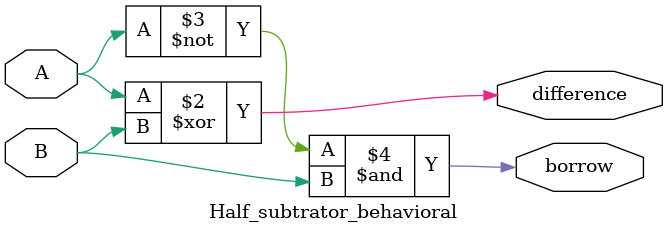
<source format=v>
`timescale 1ns / 1ps
module Half_subtrator_behavioral(input wire A,B,output reg difference, borrow);

always @(A or B)
begin
difference= A ^ B;
borrow = ~A & B;
end
endmodule




</source>
